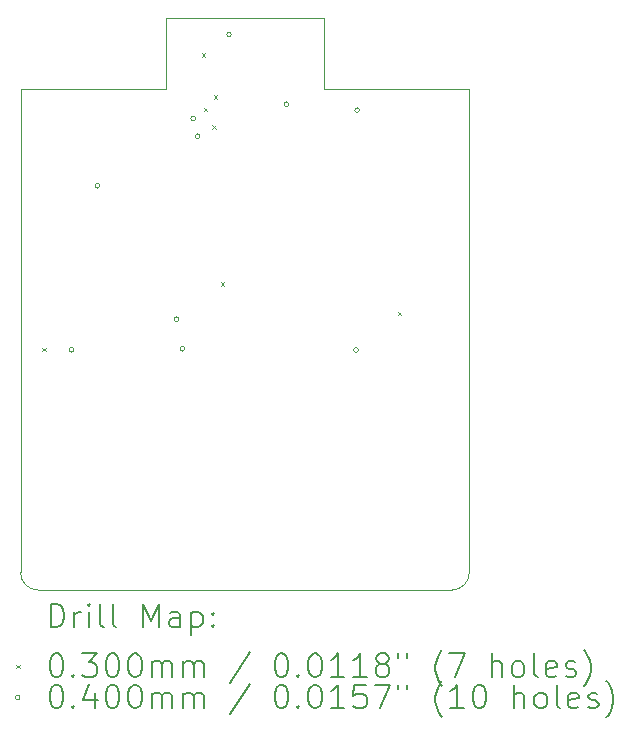
<source format=gbr>
%TF.GenerationSoftware,KiCad,Pcbnew,7.0.8*%
%TF.CreationDate,2023-10-22T00:36:53-07:00*%
%TF.ProjectId,Seismos_4-Thumb,53656973-6d6f-4735-9f34-2d5468756d62,rev?*%
%TF.SameCoordinates,Original*%
%TF.FileFunction,Drillmap*%
%TF.FilePolarity,Positive*%
%FSLAX45Y45*%
G04 Gerber Fmt 4.5, Leading zero omitted, Abs format (unit mm)*
G04 Created by KiCad (PCBNEW 7.0.8) date 2023-10-22 00:36:53*
%MOMM*%
%LPD*%
G01*
G04 APERTURE LIST*
%ADD10C,0.100000*%
%ADD11C,0.200000*%
%ADD12C,0.030000*%
%ADD13C,0.040000*%
G04 APERTURE END LIST*
D10*
X3750000Y-7193934D02*
X3750000Y-3100000D01*
X7400000Y-7343934D02*
X3900000Y-7343934D01*
X3750006Y-7193934D02*
G75*
G03*
X3900000Y-7343934I149994J-6D01*
G01*
X4980000Y-2500000D02*
X4980000Y-3100000D01*
X4700000Y-3100000D02*
X4980000Y-3100000D01*
X6600000Y-3100000D02*
X6320000Y-3100000D01*
X4700000Y-3100000D02*
X3750000Y-3100000D01*
X6600000Y-3100000D02*
X7550000Y-3100000D01*
X7400000Y-7343940D02*
G75*
G03*
X7550000Y-7193934I-10J150010D01*
G01*
X7550000Y-3100000D02*
X7550000Y-7193934D01*
X6320000Y-3100000D02*
X6320000Y-2500000D01*
X4980000Y-2500000D02*
X6320000Y-2500000D01*
D11*
D12*
X3935000Y-5290000D02*
X3965000Y-5320000D01*
X3965000Y-5290000D02*
X3935000Y-5320000D01*
X5285000Y-2800000D02*
X5315000Y-2830000D01*
X5315000Y-2800000D02*
X5285000Y-2830000D01*
X5300000Y-3261037D02*
X5330000Y-3291037D01*
X5330000Y-3261037D02*
X5300000Y-3291037D01*
X5375000Y-3410000D02*
X5405000Y-3440000D01*
X5405000Y-3410000D02*
X5375000Y-3440000D01*
X5385000Y-3155000D02*
X5415000Y-3185000D01*
X5415000Y-3155000D02*
X5385000Y-3185000D01*
X5445000Y-4735000D02*
X5475000Y-4765000D01*
X5475000Y-4735000D02*
X5445000Y-4765000D01*
X6945000Y-4985000D02*
X6975000Y-5015000D01*
X6975000Y-4985000D02*
X6945000Y-5015000D01*
D13*
X4200000Y-5310000D02*
G75*
G03*
X4200000Y-5310000I-20000J0D01*
G01*
X4420000Y-3920000D02*
G75*
G03*
X4420000Y-3920000I-20000J0D01*
G01*
X5090000Y-5050000D02*
G75*
G03*
X5090000Y-5050000I-20000J0D01*
G01*
X5140000Y-5300000D02*
G75*
G03*
X5140000Y-5300000I-20000J0D01*
G01*
X5231181Y-3351000D02*
G75*
G03*
X5231181Y-3351000I-20000J0D01*
G01*
X5270000Y-3500000D02*
G75*
G03*
X5270000Y-3500000I-20000J0D01*
G01*
X5535000Y-2640000D02*
G75*
G03*
X5535000Y-2640000I-20000J0D01*
G01*
X6020000Y-3230000D02*
G75*
G03*
X6020000Y-3230000I-20000J0D01*
G01*
X6610000Y-5310000D02*
G75*
G03*
X6610000Y-5310000I-20000J0D01*
G01*
X6620000Y-3280000D02*
G75*
G03*
X6620000Y-3280000I-20000J0D01*
G01*
D11*
X4005777Y-7660418D02*
X4005777Y-7460418D01*
X4005777Y-7460418D02*
X4053396Y-7460418D01*
X4053396Y-7460418D02*
X4081967Y-7469942D01*
X4081967Y-7469942D02*
X4101015Y-7488989D01*
X4101015Y-7488989D02*
X4110539Y-7508037D01*
X4110539Y-7508037D02*
X4120062Y-7546132D01*
X4120062Y-7546132D02*
X4120062Y-7574703D01*
X4120062Y-7574703D02*
X4110539Y-7612799D01*
X4110539Y-7612799D02*
X4101015Y-7631846D01*
X4101015Y-7631846D02*
X4081967Y-7650894D01*
X4081967Y-7650894D02*
X4053396Y-7660418D01*
X4053396Y-7660418D02*
X4005777Y-7660418D01*
X4205777Y-7660418D02*
X4205777Y-7527084D01*
X4205777Y-7565180D02*
X4215301Y-7546132D01*
X4215301Y-7546132D02*
X4224824Y-7536608D01*
X4224824Y-7536608D02*
X4243872Y-7527084D01*
X4243872Y-7527084D02*
X4262920Y-7527084D01*
X4329586Y-7660418D02*
X4329586Y-7527084D01*
X4329586Y-7460418D02*
X4320063Y-7469942D01*
X4320063Y-7469942D02*
X4329586Y-7479465D01*
X4329586Y-7479465D02*
X4339110Y-7469942D01*
X4339110Y-7469942D02*
X4329586Y-7460418D01*
X4329586Y-7460418D02*
X4329586Y-7479465D01*
X4453396Y-7660418D02*
X4434348Y-7650894D01*
X4434348Y-7650894D02*
X4424824Y-7631846D01*
X4424824Y-7631846D02*
X4424824Y-7460418D01*
X4558158Y-7660418D02*
X4539110Y-7650894D01*
X4539110Y-7650894D02*
X4529586Y-7631846D01*
X4529586Y-7631846D02*
X4529586Y-7460418D01*
X4786729Y-7660418D02*
X4786729Y-7460418D01*
X4786729Y-7460418D02*
X4853396Y-7603275D01*
X4853396Y-7603275D02*
X4920063Y-7460418D01*
X4920063Y-7460418D02*
X4920063Y-7660418D01*
X5101015Y-7660418D02*
X5101015Y-7555656D01*
X5101015Y-7555656D02*
X5091491Y-7536608D01*
X5091491Y-7536608D02*
X5072444Y-7527084D01*
X5072444Y-7527084D02*
X5034348Y-7527084D01*
X5034348Y-7527084D02*
X5015301Y-7536608D01*
X5101015Y-7650894D02*
X5081967Y-7660418D01*
X5081967Y-7660418D02*
X5034348Y-7660418D01*
X5034348Y-7660418D02*
X5015301Y-7650894D01*
X5015301Y-7650894D02*
X5005777Y-7631846D01*
X5005777Y-7631846D02*
X5005777Y-7612799D01*
X5005777Y-7612799D02*
X5015301Y-7593751D01*
X5015301Y-7593751D02*
X5034348Y-7584227D01*
X5034348Y-7584227D02*
X5081967Y-7584227D01*
X5081967Y-7584227D02*
X5101015Y-7574703D01*
X5196253Y-7527084D02*
X5196253Y-7727084D01*
X5196253Y-7536608D02*
X5215301Y-7527084D01*
X5215301Y-7527084D02*
X5253396Y-7527084D01*
X5253396Y-7527084D02*
X5272444Y-7536608D01*
X5272444Y-7536608D02*
X5281967Y-7546132D01*
X5281967Y-7546132D02*
X5291491Y-7565180D01*
X5291491Y-7565180D02*
X5291491Y-7622322D01*
X5291491Y-7622322D02*
X5281967Y-7641370D01*
X5281967Y-7641370D02*
X5272444Y-7650894D01*
X5272444Y-7650894D02*
X5253396Y-7660418D01*
X5253396Y-7660418D02*
X5215301Y-7660418D01*
X5215301Y-7660418D02*
X5196253Y-7650894D01*
X5377205Y-7641370D02*
X5386729Y-7650894D01*
X5386729Y-7650894D02*
X5377205Y-7660418D01*
X5377205Y-7660418D02*
X5367682Y-7650894D01*
X5367682Y-7650894D02*
X5377205Y-7641370D01*
X5377205Y-7641370D02*
X5377205Y-7660418D01*
X5377205Y-7536608D02*
X5386729Y-7546132D01*
X5386729Y-7546132D02*
X5377205Y-7555656D01*
X5377205Y-7555656D02*
X5367682Y-7546132D01*
X5367682Y-7546132D02*
X5377205Y-7536608D01*
X5377205Y-7536608D02*
X5377205Y-7555656D01*
D12*
X3715000Y-7973934D02*
X3745000Y-8003934D01*
X3745000Y-7973934D02*
X3715000Y-8003934D01*
D11*
X4043872Y-7880418D02*
X4062920Y-7880418D01*
X4062920Y-7880418D02*
X4081967Y-7889942D01*
X4081967Y-7889942D02*
X4091491Y-7899465D01*
X4091491Y-7899465D02*
X4101015Y-7918513D01*
X4101015Y-7918513D02*
X4110539Y-7956608D01*
X4110539Y-7956608D02*
X4110539Y-8004227D01*
X4110539Y-8004227D02*
X4101015Y-8042322D01*
X4101015Y-8042322D02*
X4091491Y-8061370D01*
X4091491Y-8061370D02*
X4081967Y-8070894D01*
X4081967Y-8070894D02*
X4062920Y-8080418D01*
X4062920Y-8080418D02*
X4043872Y-8080418D01*
X4043872Y-8080418D02*
X4024824Y-8070894D01*
X4024824Y-8070894D02*
X4015301Y-8061370D01*
X4015301Y-8061370D02*
X4005777Y-8042322D01*
X4005777Y-8042322D02*
X3996253Y-8004227D01*
X3996253Y-8004227D02*
X3996253Y-7956608D01*
X3996253Y-7956608D02*
X4005777Y-7918513D01*
X4005777Y-7918513D02*
X4015301Y-7899465D01*
X4015301Y-7899465D02*
X4024824Y-7889942D01*
X4024824Y-7889942D02*
X4043872Y-7880418D01*
X4196253Y-8061370D02*
X4205777Y-8070894D01*
X4205777Y-8070894D02*
X4196253Y-8080418D01*
X4196253Y-8080418D02*
X4186729Y-8070894D01*
X4186729Y-8070894D02*
X4196253Y-8061370D01*
X4196253Y-8061370D02*
X4196253Y-8080418D01*
X4272444Y-7880418D02*
X4396253Y-7880418D01*
X4396253Y-7880418D02*
X4329586Y-7956608D01*
X4329586Y-7956608D02*
X4358158Y-7956608D01*
X4358158Y-7956608D02*
X4377205Y-7966132D01*
X4377205Y-7966132D02*
X4386729Y-7975656D01*
X4386729Y-7975656D02*
X4396253Y-7994703D01*
X4396253Y-7994703D02*
X4396253Y-8042322D01*
X4396253Y-8042322D02*
X4386729Y-8061370D01*
X4386729Y-8061370D02*
X4377205Y-8070894D01*
X4377205Y-8070894D02*
X4358158Y-8080418D01*
X4358158Y-8080418D02*
X4301015Y-8080418D01*
X4301015Y-8080418D02*
X4281967Y-8070894D01*
X4281967Y-8070894D02*
X4272444Y-8061370D01*
X4520063Y-7880418D02*
X4539110Y-7880418D01*
X4539110Y-7880418D02*
X4558158Y-7889942D01*
X4558158Y-7889942D02*
X4567682Y-7899465D01*
X4567682Y-7899465D02*
X4577205Y-7918513D01*
X4577205Y-7918513D02*
X4586729Y-7956608D01*
X4586729Y-7956608D02*
X4586729Y-8004227D01*
X4586729Y-8004227D02*
X4577205Y-8042322D01*
X4577205Y-8042322D02*
X4567682Y-8061370D01*
X4567682Y-8061370D02*
X4558158Y-8070894D01*
X4558158Y-8070894D02*
X4539110Y-8080418D01*
X4539110Y-8080418D02*
X4520063Y-8080418D01*
X4520063Y-8080418D02*
X4501015Y-8070894D01*
X4501015Y-8070894D02*
X4491491Y-8061370D01*
X4491491Y-8061370D02*
X4481967Y-8042322D01*
X4481967Y-8042322D02*
X4472444Y-8004227D01*
X4472444Y-8004227D02*
X4472444Y-7956608D01*
X4472444Y-7956608D02*
X4481967Y-7918513D01*
X4481967Y-7918513D02*
X4491491Y-7899465D01*
X4491491Y-7899465D02*
X4501015Y-7889942D01*
X4501015Y-7889942D02*
X4520063Y-7880418D01*
X4710539Y-7880418D02*
X4729586Y-7880418D01*
X4729586Y-7880418D02*
X4748634Y-7889942D01*
X4748634Y-7889942D02*
X4758158Y-7899465D01*
X4758158Y-7899465D02*
X4767682Y-7918513D01*
X4767682Y-7918513D02*
X4777205Y-7956608D01*
X4777205Y-7956608D02*
X4777205Y-8004227D01*
X4777205Y-8004227D02*
X4767682Y-8042322D01*
X4767682Y-8042322D02*
X4758158Y-8061370D01*
X4758158Y-8061370D02*
X4748634Y-8070894D01*
X4748634Y-8070894D02*
X4729586Y-8080418D01*
X4729586Y-8080418D02*
X4710539Y-8080418D01*
X4710539Y-8080418D02*
X4691491Y-8070894D01*
X4691491Y-8070894D02*
X4681967Y-8061370D01*
X4681967Y-8061370D02*
X4672444Y-8042322D01*
X4672444Y-8042322D02*
X4662920Y-8004227D01*
X4662920Y-8004227D02*
X4662920Y-7956608D01*
X4662920Y-7956608D02*
X4672444Y-7918513D01*
X4672444Y-7918513D02*
X4681967Y-7899465D01*
X4681967Y-7899465D02*
X4691491Y-7889942D01*
X4691491Y-7889942D02*
X4710539Y-7880418D01*
X4862920Y-8080418D02*
X4862920Y-7947084D01*
X4862920Y-7966132D02*
X4872444Y-7956608D01*
X4872444Y-7956608D02*
X4891491Y-7947084D01*
X4891491Y-7947084D02*
X4920063Y-7947084D01*
X4920063Y-7947084D02*
X4939110Y-7956608D01*
X4939110Y-7956608D02*
X4948634Y-7975656D01*
X4948634Y-7975656D02*
X4948634Y-8080418D01*
X4948634Y-7975656D02*
X4958158Y-7956608D01*
X4958158Y-7956608D02*
X4977205Y-7947084D01*
X4977205Y-7947084D02*
X5005777Y-7947084D01*
X5005777Y-7947084D02*
X5024825Y-7956608D01*
X5024825Y-7956608D02*
X5034348Y-7975656D01*
X5034348Y-7975656D02*
X5034348Y-8080418D01*
X5129586Y-8080418D02*
X5129586Y-7947084D01*
X5129586Y-7966132D02*
X5139110Y-7956608D01*
X5139110Y-7956608D02*
X5158158Y-7947084D01*
X5158158Y-7947084D02*
X5186729Y-7947084D01*
X5186729Y-7947084D02*
X5205777Y-7956608D01*
X5205777Y-7956608D02*
X5215301Y-7975656D01*
X5215301Y-7975656D02*
X5215301Y-8080418D01*
X5215301Y-7975656D02*
X5224825Y-7956608D01*
X5224825Y-7956608D02*
X5243872Y-7947084D01*
X5243872Y-7947084D02*
X5272444Y-7947084D01*
X5272444Y-7947084D02*
X5291491Y-7956608D01*
X5291491Y-7956608D02*
X5301015Y-7975656D01*
X5301015Y-7975656D02*
X5301015Y-8080418D01*
X5691491Y-7870894D02*
X5520063Y-8128037D01*
X5948634Y-7880418D02*
X5967682Y-7880418D01*
X5967682Y-7880418D02*
X5986729Y-7889942D01*
X5986729Y-7889942D02*
X5996253Y-7899465D01*
X5996253Y-7899465D02*
X6005777Y-7918513D01*
X6005777Y-7918513D02*
X6015301Y-7956608D01*
X6015301Y-7956608D02*
X6015301Y-8004227D01*
X6015301Y-8004227D02*
X6005777Y-8042322D01*
X6005777Y-8042322D02*
X5996253Y-8061370D01*
X5996253Y-8061370D02*
X5986729Y-8070894D01*
X5986729Y-8070894D02*
X5967682Y-8080418D01*
X5967682Y-8080418D02*
X5948634Y-8080418D01*
X5948634Y-8080418D02*
X5929586Y-8070894D01*
X5929586Y-8070894D02*
X5920063Y-8061370D01*
X5920063Y-8061370D02*
X5910539Y-8042322D01*
X5910539Y-8042322D02*
X5901015Y-8004227D01*
X5901015Y-8004227D02*
X5901015Y-7956608D01*
X5901015Y-7956608D02*
X5910539Y-7918513D01*
X5910539Y-7918513D02*
X5920063Y-7899465D01*
X5920063Y-7899465D02*
X5929586Y-7889942D01*
X5929586Y-7889942D02*
X5948634Y-7880418D01*
X6101015Y-8061370D02*
X6110539Y-8070894D01*
X6110539Y-8070894D02*
X6101015Y-8080418D01*
X6101015Y-8080418D02*
X6091491Y-8070894D01*
X6091491Y-8070894D02*
X6101015Y-8061370D01*
X6101015Y-8061370D02*
X6101015Y-8080418D01*
X6234348Y-7880418D02*
X6253396Y-7880418D01*
X6253396Y-7880418D02*
X6272444Y-7889942D01*
X6272444Y-7889942D02*
X6281967Y-7899465D01*
X6281967Y-7899465D02*
X6291491Y-7918513D01*
X6291491Y-7918513D02*
X6301015Y-7956608D01*
X6301015Y-7956608D02*
X6301015Y-8004227D01*
X6301015Y-8004227D02*
X6291491Y-8042322D01*
X6291491Y-8042322D02*
X6281967Y-8061370D01*
X6281967Y-8061370D02*
X6272444Y-8070894D01*
X6272444Y-8070894D02*
X6253396Y-8080418D01*
X6253396Y-8080418D02*
X6234348Y-8080418D01*
X6234348Y-8080418D02*
X6215301Y-8070894D01*
X6215301Y-8070894D02*
X6205777Y-8061370D01*
X6205777Y-8061370D02*
X6196253Y-8042322D01*
X6196253Y-8042322D02*
X6186729Y-8004227D01*
X6186729Y-8004227D02*
X6186729Y-7956608D01*
X6186729Y-7956608D02*
X6196253Y-7918513D01*
X6196253Y-7918513D02*
X6205777Y-7899465D01*
X6205777Y-7899465D02*
X6215301Y-7889942D01*
X6215301Y-7889942D02*
X6234348Y-7880418D01*
X6491491Y-8080418D02*
X6377206Y-8080418D01*
X6434348Y-8080418D02*
X6434348Y-7880418D01*
X6434348Y-7880418D02*
X6415301Y-7908989D01*
X6415301Y-7908989D02*
X6396253Y-7928037D01*
X6396253Y-7928037D02*
X6377206Y-7937561D01*
X6681967Y-8080418D02*
X6567682Y-8080418D01*
X6624825Y-8080418D02*
X6624825Y-7880418D01*
X6624825Y-7880418D02*
X6605777Y-7908989D01*
X6605777Y-7908989D02*
X6586729Y-7928037D01*
X6586729Y-7928037D02*
X6567682Y-7937561D01*
X6796253Y-7966132D02*
X6777206Y-7956608D01*
X6777206Y-7956608D02*
X6767682Y-7947084D01*
X6767682Y-7947084D02*
X6758158Y-7928037D01*
X6758158Y-7928037D02*
X6758158Y-7918513D01*
X6758158Y-7918513D02*
X6767682Y-7899465D01*
X6767682Y-7899465D02*
X6777206Y-7889942D01*
X6777206Y-7889942D02*
X6796253Y-7880418D01*
X6796253Y-7880418D02*
X6834348Y-7880418D01*
X6834348Y-7880418D02*
X6853396Y-7889942D01*
X6853396Y-7889942D02*
X6862920Y-7899465D01*
X6862920Y-7899465D02*
X6872444Y-7918513D01*
X6872444Y-7918513D02*
X6872444Y-7928037D01*
X6872444Y-7928037D02*
X6862920Y-7947084D01*
X6862920Y-7947084D02*
X6853396Y-7956608D01*
X6853396Y-7956608D02*
X6834348Y-7966132D01*
X6834348Y-7966132D02*
X6796253Y-7966132D01*
X6796253Y-7966132D02*
X6777206Y-7975656D01*
X6777206Y-7975656D02*
X6767682Y-7985180D01*
X6767682Y-7985180D02*
X6758158Y-8004227D01*
X6758158Y-8004227D02*
X6758158Y-8042322D01*
X6758158Y-8042322D02*
X6767682Y-8061370D01*
X6767682Y-8061370D02*
X6777206Y-8070894D01*
X6777206Y-8070894D02*
X6796253Y-8080418D01*
X6796253Y-8080418D02*
X6834348Y-8080418D01*
X6834348Y-8080418D02*
X6853396Y-8070894D01*
X6853396Y-8070894D02*
X6862920Y-8061370D01*
X6862920Y-8061370D02*
X6872444Y-8042322D01*
X6872444Y-8042322D02*
X6872444Y-8004227D01*
X6872444Y-8004227D02*
X6862920Y-7985180D01*
X6862920Y-7985180D02*
X6853396Y-7975656D01*
X6853396Y-7975656D02*
X6834348Y-7966132D01*
X6948634Y-7880418D02*
X6948634Y-7918513D01*
X7024825Y-7880418D02*
X7024825Y-7918513D01*
X7320063Y-8156608D02*
X7310539Y-8147084D01*
X7310539Y-8147084D02*
X7291491Y-8118513D01*
X7291491Y-8118513D02*
X7281968Y-8099465D01*
X7281968Y-8099465D02*
X7272444Y-8070894D01*
X7272444Y-8070894D02*
X7262920Y-8023275D01*
X7262920Y-8023275D02*
X7262920Y-7985180D01*
X7262920Y-7985180D02*
X7272444Y-7937561D01*
X7272444Y-7937561D02*
X7281968Y-7908989D01*
X7281968Y-7908989D02*
X7291491Y-7889942D01*
X7291491Y-7889942D02*
X7310539Y-7861370D01*
X7310539Y-7861370D02*
X7320063Y-7851846D01*
X7377206Y-7880418D02*
X7510539Y-7880418D01*
X7510539Y-7880418D02*
X7424825Y-8080418D01*
X7739110Y-8080418D02*
X7739110Y-7880418D01*
X7824825Y-8080418D02*
X7824825Y-7975656D01*
X7824825Y-7975656D02*
X7815301Y-7956608D01*
X7815301Y-7956608D02*
X7796253Y-7947084D01*
X7796253Y-7947084D02*
X7767682Y-7947084D01*
X7767682Y-7947084D02*
X7748634Y-7956608D01*
X7748634Y-7956608D02*
X7739110Y-7966132D01*
X7948634Y-8080418D02*
X7929587Y-8070894D01*
X7929587Y-8070894D02*
X7920063Y-8061370D01*
X7920063Y-8061370D02*
X7910539Y-8042322D01*
X7910539Y-8042322D02*
X7910539Y-7985180D01*
X7910539Y-7985180D02*
X7920063Y-7966132D01*
X7920063Y-7966132D02*
X7929587Y-7956608D01*
X7929587Y-7956608D02*
X7948634Y-7947084D01*
X7948634Y-7947084D02*
X7977206Y-7947084D01*
X7977206Y-7947084D02*
X7996253Y-7956608D01*
X7996253Y-7956608D02*
X8005777Y-7966132D01*
X8005777Y-7966132D02*
X8015301Y-7985180D01*
X8015301Y-7985180D02*
X8015301Y-8042322D01*
X8015301Y-8042322D02*
X8005777Y-8061370D01*
X8005777Y-8061370D02*
X7996253Y-8070894D01*
X7996253Y-8070894D02*
X7977206Y-8080418D01*
X7977206Y-8080418D02*
X7948634Y-8080418D01*
X8129587Y-8080418D02*
X8110539Y-8070894D01*
X8110539Y-8070894D02*
X8101015Y-8051846D01*
X8101015Y-8051846D02*
X8101015Y-7880418D01*
X8281968Y-8070894D02*
X8262920Y-8080418D01*
X8262920Y-8080418D02*
X8224825Y-8080418D01*
X8224825Y-8080418D02*
X8205777Y-8070894D01*
X8205777Y-8070894D02*
X8196253Y-8051846D01*
X8196253Y-8051846D02*
X8196253Y-7975656D01*
X8196253Y-7975656D02*
X8205777Y-7956608D01*
X8205777Y-7956608D02*
X8224825Y-7947084D01*
X8224825Y-7947084D02*
X8262920Y-7947084D01*
X8262920Y-7947084D02*
X8281968Y-7956608D01*
X8281968Y-7956608D02*
X8291491Y-7975656D01*
X8291491Y-7975656D02*
X8291491Y-7994703D01*
X8291491Y-7994703D02*
X8196253Y-8013751D01*
X8367682Y-8070894D02*
X8386730Y-8080418D01*
X8386730Y-8080418D02*
X8424825Y-8080418D01*
X8424825Y-8080418D02*
X8443873Y-8070894D01*
X8443873Y-8070894D02*
X8453396Y-8051846D01*
X8453396Y-8051846D02*
X8453396Y-8042322D01*
X8453396Y-8042322D02*
X8443873Y-8023275D01*
X8443873Y-8023275D02*
X8424825Y-8013751D01*
X8424825Y-8013751D02*
X8396253Y-8013751D01*
X8396253Y-8013751D02*
X8377206Y-8004227D01*
X8377206Y-8004227D02*
X8367682Y-7985180D01*
X8367682Y-7985180D02*
X8367682Y-7975656D01*
X8367682Y-7975656D02*
X8377206Y-7956608D01*
X8377206Y-7956608D02*
X8396253Y-7947084D01*
X8396253Y-7947084D02*
X8424825Y-7947084D01*
X8424825Y-7947084D02*
X8443873Y-7956608D01*
X8520063Y-8156608D02*
X8529587Y-8147084D01*
X8529587Y-8147084D02*
X8548634Y-8118513D01*
X8548634Y-8118513D02*
X8558158Y-8099465D01*
X8558158Y-8099465D02*
X8567682Y-8070894D01*
X8567682Y-8070894D02*
X8577206Y-8023275D01*
X8577206Y-8023275D02*
X8577206Y-7985180D01*
X8577206Y-7985180D02*
X8567682Y-7937561D01*
X8567682Y-7937561D02*
X8558158Y-7908989D01*
X8558158Y-7908989D02*
X8548634Y-7889942D01*
X8548634Y-7889942D02*
X8529587Y-7861370D01*
X8529587Y-7861370D02*
X8520063Y-7851846D01*
D13*
X3745000Y-8252934D02*
G75*
G03*
X3745000Y-8252934I-20000J0D01*
G01*
D11*
X4043872Y-8144418D02*
X4062920Y-8144418D01*
X4062920Y-8144418D02*
X4081967Y-8153942D01*
X4081967Y-8153942D02*
X4091491Y-8163465D01*
X4091491Y-8163465D02*
X4101015Y-8182513D01*
X4101015Y-8182513D02*
X4110539Y-8220608D01*
X4110539Y-8220608D02*
X4110539Y-8268227D01*
X4110539Y-8268227D02*
X4101015Y-8306322D01*
X4101015Y-8306322D02*
X4091491Y-8325370D01*
X4091491Y-8325370D02*
X4081967Y-8334894D01*
X4081967Y-8334894D02*
X4062920Y-8344418D01*
X4062920Y-8344418D02*
X4043872Y-8344418D01*
X4043872Y-8344418D02*
X4024824Y-8334894D01*
X4024824Y-8334894D02*
X4015301Y-8325370D01*
X4015301Y-8325370D02*
X4005777Y-8306322D01*
X4005777Y-8306322D02*
X3996253Y-8268227D01*
X3996253Y-8268227D02*
X3996253Y-8220608D01*
X3996253Y-8220608D02*
X4005777Y-8182513D01*
X4005777Y-8182513D02*
X4015301Y-8163465D01*
X4015301Y-8163465D02*
X4024824Y-8153942D01*
X4024824Y-8153942D02*
X4043872Y-8144418D01*
X4196253Y-8325370D02*
X4205777Y-8334894D01*
X4205777Y-8334894D02*
X4196253Y-8344418D01*
X4196253Y-8344418D02*
X4186729Y-8334894D01*
X4186729Y-8334894D02*
X4196253Y-8325370D01*
X4196253Y-8325370D02*
X4196253Y-8344418D01*
X4377205Y-8211084D02*
X4377205Y-8344418D01*
X4329586Y-8134894D02*
X4281967Y-8277751D01*
X4281967Y-8277751D02*
X4405777Y-8277751D01*
X4520063Y-8144418D02*
X4539110Y-8144418D01*
X4539110Y-8144418D02*
X4558158Y-8153942D01*
X4558158Y-8153942D02*
X4567682Y-8163465D01*
X4567682Y-8163465D02*
X4577205Y-8182513D01*
X4577205Y-8182513D02*
X4586729Y-8220608D01*
X4586729Y-8220608D02*
X4586729Y-8268227D01*
X4586729Y-8268227D02*
X4577205Y-8306322D01*
X4577205Y-8306322D02*
X4567682Y-8325370D01*
X4567682Y-8325370D02*
X4558158Y-8334894D01*
X4558158Y-8334894D02*
X4539110Y-8344418D01*
X4539110Y-8344418D02*
X4520063Y-8344418D01*
X4520063Y-8344418D02*
X4501015Y-8334894D01*
X4501015Y-8334894D02*
X4491491Y-8325370D01*
X4491491Y-8325370D02*
X4481967Y-8306322D01*
X4481967Y-8306322D02*
X4472444Y-8268227D01*
X4472444Y-8268227D02*
X4472444Y-8220608D01*
X4472444Y-8220608D02*
X4481967Y-8182513D01*
X4481967Y-8182513D02*
X4491491Y-8163465D01*
X4491491Y-8163465D02*
X4501015Y-8153942D01*
X4501015Y-8153942D02*
X4520063Y-8144418D01*
X4710539Y-8144418D02*
X4729586Y-8144418D01*
X4729586Y-8144418D02*
X4748634Y-8153942D01*
X4748634Y-8153942D02*
X4758158Y-8163465D01*
X4758158Y-8163465D02*
X4767682Y-8182513D01*
X4767682Y-8182513D02*
X4777205Y-8220608D01*
X4777205Y-8220608D02*
X4777205Y-8268227D01*
X4777205Y-8268227D02*
X4767682Y-8306322D01*
X4767682Y-8306322D02*
X4758158Y-8325370D01*
X4758158Y-8325370D02*
X4748634Y-8334894D01*
X4748634Y-8334894D02*
X4729586Y-8344418D01*
X4729586Y-8344418D02*
X4710539Y-8344418D01*
X4710539Y-8344418D02*
X4691491Y-8334894D01*
X4691491Y-8334894D02*
X4681967Y-8325370D01*
X4681967Y-8325370D02*
X4672444Y-8306322D01*
X4672444Y-8306322D02*
X4662920Y-8268227D01*
X4662920Y-8268227D02*
X4662920Y-8220608D01*
X4662920Y-8220608D02*
X4672444Y-8182513D01*
X4672444Y-8182513D02*
X4681967Y-8163465D01*
X4681967Y-8163465D02*
X4691491Y-8153942D01*
X4691491Y-8153942D02*
X4710539Y-8144418D01*
X4862920Y-8344418D02*
X4862920Y-8211084D01*
X4862920Y-8230132D02*
X4872444Y-8220608D01*
X4872444Y-8220608D02*
X4891491Y-8211084D01*
X4891491Y-8211084D02*
X4920063Y-8211084D01*
X4920063Y-8211084D02*
X4939110Y-8220608D01*
X4939110Y-8220608D02*
X4948634Y-8239656D01*
X4948634Y-8239656D02*
X4948634Y-8344418D01*
X4948634Y-8239656D02*
X4958158Y-8220608D01*
X4958158Y-8220608D02*
X4977205Y-8211084D01*
X4977205Y-8211084D02*
X5005777Y-8211084D01*
X5005777Y-8211084D02*
X5024825Y-8220608D01*
X5024825Y-8220608D02*
X5034348Y-8239656D01*
X5034348Y-8239656D02*
X5034348Y-8344418D01*
X5129586Y-8344418D02*
X5129586Y-8211084D01*
X5129586Y-8230132D02*
X5139110Y-8220608D01*
X5139110Y-8220608D02*
X5158158Y-8211084D01*
X5158158Y-8211084D02*
X5186729Y-8211084D01*
X5186729Y-8211084D02*
X5205777Y-8220608D01*
X5205777Y-8220608D02*
X5215301Y-8239656D01*
X5215301Y-8239656D02*
X5215301Y-8344418D01*
X5215301Y-8239656D02*
X5224825Y-8220608D01*
X5224825Y-8220608D02*
X5243872Y-8211084D01*
X5243872Y-8211084D02*
X5272444Y-8211084D01*
X5272444Y-8211084D02*
X5291491Y-8220608D01*
X5291491Y-8220608D02*
X5301015Y-8239656D01*
X5301015Y-8239656D02*
X5301015Y-8344418D01*
X5691491Y-8134894D02*
X5520063Y-8392037D01*
X5948634Y-8144418D02*
X5967682Y-8144418D01*
X5967682Y-8144418D02*
X5986729Y-8153942D01*
X5986729Y-8153942D02*
X5996253Y-8163465D01*
X5996253Y-8163465D02*
X6005777Y-8182513D01*
X6005777Y-8182513D02*
X6015301Y-8220608D01*
X6015301Y-8220608D02*
X6015301Y-8268227D01*
X6015301Y-8268227D02*
X6005777Y-8306322D01*
X6005777Y-8306322D02*
X5996253Y-8325370D01*
X5996253Y-8325370D02*
X5986729Y-8334894D01*
X5986729Y-8334894D02*
X5967682Y-8344418D01*
X5967682Y-8344418D02*
X5948634Y-8344418D01*
X5948634Y-8344418D02*
X5929586Y-8334894D01*
X5929586Y-8334894D02*
X5920063Y-8325370D01*
X5920063Y-8325370D02*
X5910539Y-8306322D01*
X5910539Y-8306322D02*
X5901015Y-8268227D01*
X5901015Y-8268227D02*
X5901015Y-8220608D01*
X5901015Y-8220608D02*
X5910539Y-8182513D01*
X5910539Y-8182513D02*
X5920063Y-8163465D01*
X5920063Y-8163465D02*
X5929586Y-8153942D01*
X5929586Y-8153942D02*
X5948634Y-8144418D01*
X6101015Y-8325370D02*
X6110539Y-8334894D01*
X6110539Y-8334894D02*
X6101015Y-8344418D01*
X6101015Y-8344418D02*
X6091491Y-8334894D01*
X6091491Y-8334894D02*
X6101015Y-8325370D01*
X6101015Y-8325370D02*
X6101015Y-8344418D01*
X6234348Y-8144418D02*
X6253396Y-8144418D01*
X6253396Y-8144418D02*
X6272444Y-8153942D01*
X6272444Y-8153942D02*
X6281967Y-8163465D01*
X6281967Y-8163465D02*
X6291491Y-8182513D01*
X6291491Y-8182513D02*
X6301015Y-8220608D01*
X6301015Y-8220608D02*
X6301015Y-8268227D01*
X6301015Y-8268227D02*
X6291491Y-8306322D01*
X6291491Y-8306322D02*
X6281967Y-8325370D01*
X6281967Y-8325370D02*
X6272444Y-8334894D01*
X6272444Y-8334894D02*
X6253396Y-8344418D01*
X6253396Y-8344418D02*
X6234348Y-8344418D01*
X6234348Y-8344418D02*
X6215301Y-8334894D01*
X6215301Y-8334894D02*
X6205777Y-8325370D01*
X6205777Y-8325370D02*
X6196253Y-8306322D01*
X6196253Y-8306322D02*
X6186729Y-8268227D01*
X6186729Y-8268227D02*
X6186729Y-8220608D01*
X6186729Y-8220608D02*
X6196253Y-8182513D01*
X6196253Y-8182513D02*
X6205777Y-8163465D01*
X6205777Y-8163465D02*
X6215301Y-8153942D01*
X6215301Y-8153942D02*
X6234348Y-8144418D01*
X6491491Y-8344418D02*
X6377206Y-8344418D01*
X6434348Y-8344418D02*
X6434348Y-8144418D01*
X6434348Y-8144418D02*
X6415301Y-8172989D01*
X6415301Y-8172989D02*
X6396253Y-8192037D01*
X6396253Y-8192037D02*
X6377206Y-8201561D01*
X6672444Y-8144418D02*
X6577206Y-8144418D01*
X6577206Y-8144418D02*
X6567682Y-8239656D01*
X6567682Y-8239656D02*
X6577206Y-8230132D01*
X6577206Y-8230132D02*
X6596253Y-8220608D01*
X6596253Y-8220608D02*
X6643872Y-8220608D01*
X6643872Y-8220608D02*
X6662920Y-8230132D01*
X6662920Y-8230132D02*
X6672444Y-8239656D01*
X6672444Y-8239656D02*
X6681967Y-8258703D01*
X6681967Y-8258703D02*
X6681967Y-8306322D01*
X6681967Y-8306322D02*
X6672444Y-8325370D01*
X6672444Y-8325370D02*
X6662920Y-8334894D01*
X6662920Y-8334894D02*
X6643872Y-8344418D01*
X6643872Y-8344418D02*
X6596253Y-8344418D01*
X6596253Y-8344418D02*
X6577206Y-8334894D01*
X6577206Y-8334894D02*
X6567682Y-8325370D01*
X6748634Y-8144418D02*
X6881967Y-8144418D01*
X6881967Y-8144418D02*
X6796253Y-8344418D01*
X6948634Y-8144418D02*
X6948634Y-8182513D01*
X7024825Y-8144418D02*
X7024825Y-8182513D01*
X7320063Y-8420608D02*
X7310539Y-8411084D01*
X7310539Y-8411084D02*
X7291491Y-8382513D01*
X7291491Y-8382513D02*
X7281968Y-8363465D01*
X7281968Y-8363465D02*
X7272444Y-8334894D01*
X7272444Y-8334894D02*
X7262920Y-8287275D01*
X7262920Y-8287275D02*
X7262920Y-8249180D01*
X7262920Y-8249180D02*
X7272444Y-8201561D01*
X7272444Y-8201561D02*
X7281968Y-8172989D01*
X7281968Y-8172989D02*
X7291491Y-8153942D01*
X7291491Y-8153942D02*
X7310539Y-8125370D01*
X7310539Y-8125370D02*
X7320063Y-8115846D01*
X7501015Y-8344418D02*
X7386729Y-8344418D01*
X7443872Y-8344418D02*
X7443872Y-8144418D01*
X7443872Y-8144418D02*
X7424825Y-8172989D01*
X7424825Y-8172989D02*
X7405777Y-8192037D01*
X7405777Y-8192037D02*
X7386729Y-8201561D01*
X7624825Y-8144418D02*
X7643872Y-8144418D01*
X7643872Y-8144418D02*
X7662920Y-8153942D01*
X7662920Y-8153942D02*
X7672444Y-8163465D01*
X7672444Y-8163465D02*
X7681968Y-8182513D01*
X7681968Y-8182513D02*
X7691491Y-8220608D01*
X7691491Y-8220608D02*
X7691491Y-8268227D01*
X7691491Y-8268227D02*
X7681968Y-8306322D01*
X7681968Y-8306322D02*
X7672444Y-8325370D01*
X7672444Y-8325370D02*
X7662920Y-8334894D01*
X7662920Y-8334894D02*
X7643872Y-8344418D01*
X7643872Y-8344418D02*
X7624825Y-8344418D01*
X7624825Y-8344418D02*
X7605777Y-8334894D01*
X7605777Y-8334894D02*
X7596253Y-8325370D01*
X7596253Y-8325370D02*
X7586729Y-8306322D01*
X7586729Y-8306322D02*
X7577206Y-8268227D01*
X7577206Y-8268227D02*
X7577206Y-8220608D01*
X7577206Y-8220608D02*
X7586729Y-8182513D01*
X7586729Y-8182513D02*
X7596253Y-8163465D01*
X7596253Y-8163465D02*
X7605777Y-8153942D01*
X7605777Y-8153942D02*
X7624825Y-8144418D01*
X7929587Y-8344418D02*
X7929587Y-8144418D01*
X8015301Y-8344418D02*
X8015301Y-8239656D01*
X8015301Y-8239656D02*
X8005777Y-8220608D01*
X8005777Y-8220608D02*
X7986730Y-8211084D01*
X7986730Y-8211084D02*
X7958158Y-8211084D01*
X7958158Y-8211084D02*
X7939110Y-8220608D01*
X7939110Y-8220608D02*
X7929587Y-8230132D01*
X8139110Y-8344418D02*
X8120063Y-8334894D01*
X8120063Y-8334894D02*
X8110539Y-8325370D01*
X8110539Y-8325370D02*
X8101015Y-8306322D01*
X8101015Y-8306322D02*
X8101015Y-8249180D01*
X8101015Y-8249180D02*
X8110539Y-8230132D01*
X8110539Y-8230132D02*
X8120063Y-8220608D01*
X8120063Y-8220608D02*
X8139110Y-8211084D01*
X8139110Y-8211084D02*
X8167682Y-8211084D01*
X8167682Y-8211084D02*
X8186730Y-8220608D01*
X8186730Y-8220608D02*
X8196253Y-8230132D01*
X8196253Y-8230132D02*
X8205777Y-8249180D01*
X8205777Y-8249180D02*
X8205777Y-8306322D01*
X8205777Y-8306322D02*
X8196253Y-8325370D01*
X8196253Y-8325370D02*
X8186730Y-8334894D01*
X8186730Y-8334894D02*
X8167682Y-8344418D01*
X8167682Y-8344418D02*
X8139110Y-8344418D01*
X8320063Y-8344418D02*
X8301015Y-8334894D01*
X8301015Y-8334894D02*
X8291491Y-8315846D01*
X8291491Y-8315846D02*
X8291491Y-8144418D01*
X8472444Y-8334894D02*
X8453396Y-8344418D01*
X8453396Y-8344418D02*
X8415301Y-8344418D01*
X8415301Y-8344418D02*
X8396253Y-8334894D01*
X8396253Y-8334894D02*
X8386730Y-8315846D01*
X8386730Y-8315846D02*
X8386730Y-8239656D01*
X8386730Y-8239656D02*
X8396253Y-8220608D01*
X8396253Y-8220608D02*
X8415301Y-8211084D01*
X8415301Y-8211084D02*
X8453396Y-8211084D01*
X8453396Y-8211084D02*
X8472444Y-8220608D01*
X8472444Y-8220608D02*
X8481968Y-8239656D01*
X8481968Y-8239656D02*
X8481968Y-8258703D01*
X8481968Y-8258703D02*
X8386730Y-8277751D01*
X8558158Y-8334894D02*
X8577206Y-8344418D01*
X8577206Y-8344418D02*
X8615301Y-8344418D01*
X8615301Y-8344418D02*
X8634349Y-8334894D01*
X8634349Y-8334894D02*
X8643873Y-8315846D01*
X8643873Y-8315846D02*
X8643873Y-8306322D01*
X8643873Y-8306322D02*
X8634349Y-8287275D01*
X8634349Y-8287275D02*
X8615301Y-8277751D01*
X8615301Y-8277751D02*
X8586730Y-8277751D01*
X8586730Y-8277751D02*
X8567682Y-8268227D01*
X8567682Y-8268227D02*
X8558158Y-8249180D01*
X8558158Y-8249180D02*
X8558158Y-8239656D01*
X8558158Y-8239656D02*
X8567682Y-8220608D01*
X8567682Y-8220608D02*
X8586730Y-8211084D01*
X8586730Y-8211084D02*
X8615301Y-8211084D01*
X8615301Y-8211084D02*
X8634349Y-8220608D01*
X8710539Y-8420608D02*
X8720063Y-8411084D01*
X8720063Y-8411084D02*
X8739111Y-8382513D01*
X8739111Y-8382513D02*
X8748634Y-8363465D01*
X8748634Y-8363465D02*
X8758158Y-8334894D01*
X8758158Y-8334894D02*
X8767682Y-8287275D01*
X8767682Y-8287275D02*
X8767682Y-8249180D01*
X8767682Y-8249180D02*
X8758158Y-8201561D01*
X8758158Y-8201561D02*
X8748634Y-8172989D01*
X8748634Y-8172989D02*
X8739111Y-8153942D01*
X8739111Y-8153942D02*
X8720063Y-8125370D01*
X8720063Y-8125370D02*
X8710539Y-8115846D01*
M02*

</source>
